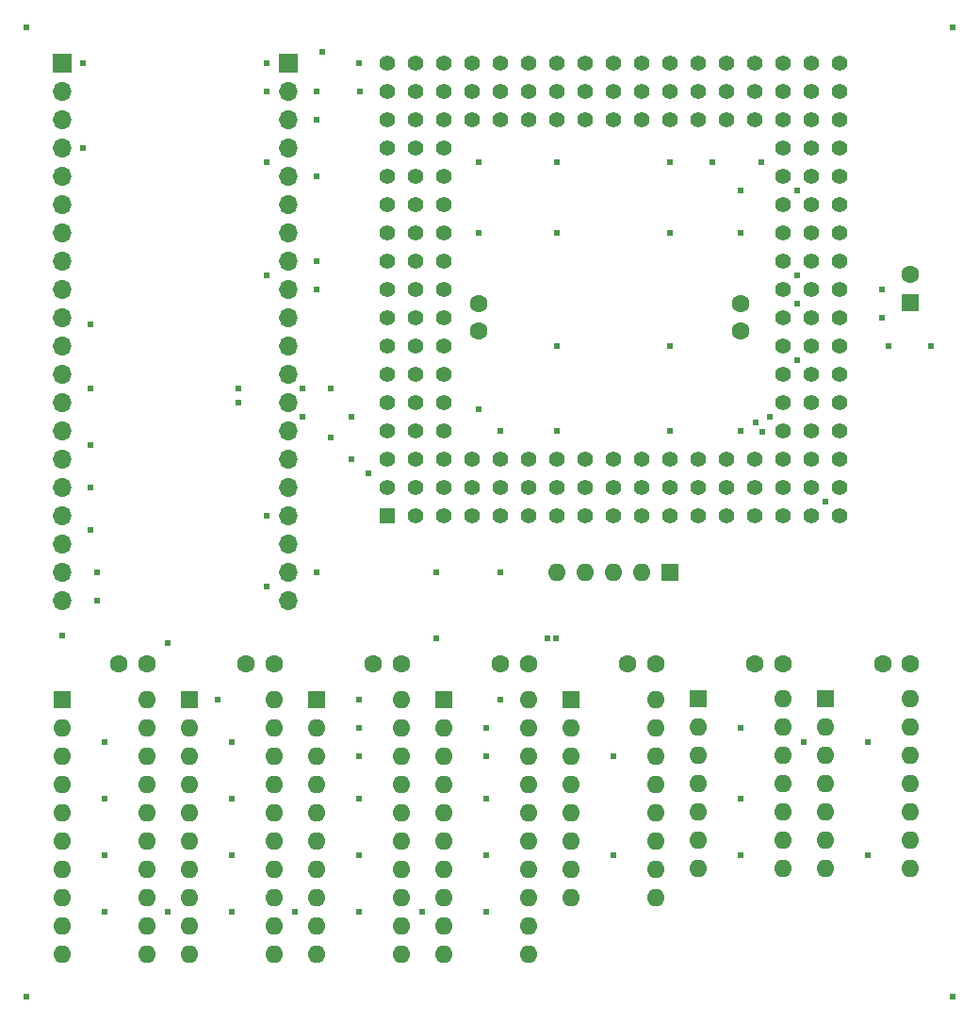
<source format=gbs>
G04 #@! TF.GenerationSoftware,KiCad,Pcbnew,8.0.2*
G04 #@! TF.CreationDate,2024-05-19T23:46:18+09:00*
G04 #@! TF.ProjectId,MEZi486,4d455a69-3438-4362-9e6b-696361645f70,C*
G04 #@! TF.SameCoordinates,PX5f5e100PY8f0d180*
G04 #@! TF.FileFunction,Soldermask,Bot*
G04 #@! TF.FilePolarity,Negative*
%FSLAX46Y46*%
G04 Gerber Fmt 4.6, Leading zero omitted, Abs format (unit mm)*
G04 Created by KiCad (PCBNEW 8.0.2) date 2024-05-19 23:46:18*
%MOMM*%
%LPD*%
G01*
G04 APERTURE LIST*
%ADD10R,1.600000X1.600000*%
%ADD11O,1.600000X1.600000*%
%ADD12C,1.600000*%
%ADD13R,1.700000X1.700000*%
%ADD14O,1.700000X1.700000*%
%ADD15R,1.397000X1.397000*%
%ADD16C,1.397000*%
%ADD17C,0.605000*%
G04 APERTURE END LIST*
D10*
X59690000Y40005000D03*
D11*
X57150000Y40005000D03*
X54610000Y40005000D03*
X52070000Y40005000D03*
X49530000Y40005000D03*
D12*
X81310000Y31760000D03*
X78810000Y31760000D03*
D10*
X39380000Y28570000D03*
D11*
X39380000Y26030000D03*
X39380000Y23490000D03*
X39380000Y20950000D03*
X39380000Y18410000D03*
X39380000Y15870000D03*
X39380000Y13330000D03*
X39380000Y10790000D03*
X39380000Y8250000D03*
X39380000Y5710000D03*
X47000000Y5710000D03*
X47000000Y8250000D03*
X47000000Y10790000D03*
X47000000Y13330000D03*
X47000000Y15870000D03*
X47000000Y18410000D03*
X47000000Y20950000D03*
X47000000Y23490000D03*
X47000000Y26030000D03*
X47000000Y28570000D03*
D10*
X73690000Y28585000D03*
D11*
X73690000Y26045000D03*
X73690000Y23505000D03*
X73690000Y20965000D03*
X73690000Y18425000D03*
X73690000Y15885000D03*
X73690000Y13345000D03*
X81310000Y13345000D03*
X81310000Y15885000D03*
X81310000Y18425000D03*
X81310000Y20965000D03*
X81310000Y23505000D03*
X81310000Y26045000D03*
X81310000Y28585000D03*
D10*
X27950000Y28570000D03*
D11*
X27950000Y26030000D03*
X27950000Y23490000D03*
X27950000Y20950000D03*
X27950000Y18410000D03*
X27950000Y15870000D03*
X27950000Y13330000D03*
X27950000Y10790000D03*
X27950000Y8250000D03*
X27950000Y5710000D03*
X35570000Y5710000D03*
X35570000Y8250000D03*
X35570000Y10790000D03*
X35570000Y13330000D03*
X35570000Y15870000D03*
X35570000Y18410000D03*
X35570000Y20950000D03*
X35570000Y23490000D03*
X35570000Y26030000D03*
X35570000Y28570000D03*
D10*
X16520000Y28570000D03*
D11*
X16520000Y26030000D03*
X16520000Y23490000D03*
X16520000Y20950000D03*
X16520000Y18410000D03*
X16520000Y15870000D03*
X16520000Y13330000D03*
X16520000Y10790000D03*
X16520000Y8250000D03*
X16520000Y5710000D03*
X24140000Y5710000D03*
X24140000Y8250000D03*
X24140000Y10790000D03*
X24140000Y13330000D03*
X24140000Y15870000D03*
X24140000Y18410000D03*
X24140000Y20950000D03*
X24140000Y23490000D03*
X24140000Y26030000D03*
X24140000Y28570000D03*
D12*
X35540000Y31750000D03*
X33040000Y31750000D03*
X46970000Y31750000D03*
X44470000Y31750000D03*
X12680000Y31750000D03*
X10180000Y31750000D03*
D10*
X50800000Y28575000D03*
D11*
X50800000Y26035000D03*
X50800000Y23495000D03*
X50800000Y20955000D03*
X50800000Y18415000D03*
X50800000Y15875000D03*
X50800000Y13335000D03*
X50800000Y10795000D03*
X58420000Y10795000D03*
X58420000Y13335000D03*
X58420000Y15875000D03*
X58420000Y18415000D03*
X58420000Y20955000D03*
X58420000Y23495000D03*
X58420000Y26035000D03*
X58420000Y28575000D03*
D12*
X24130000Y31750000D03*
X21630000Y31750000D03*
D10*
X5090000Y28570000D03*
D11*
X5090000Y26030000D03*
X5090000Y23490000D03*
X5090000Y20950000D03*
X5090000Y18410000D03*
X5090000Y15870000D03*
X5090000Y13330000D03*
X5090000Y10790000D03*
X5090000Y8250000D03*
X5090000Y5710000D03*
X12710000Y5710000D03*
X12710000Y8250000D03*
X12710000Y10790000D03*
X12710000Y13330000D03*
X12710000Y15870000D03*
X12710000Y18410000D03*
X12710000Y20950000D03*
X12710000Y23490000D03*
X12710000Y26030000D03*
X12710000Y28570000D03*
D12*
X58420000Y31750000D03*
X55920000Y31750000D03*
X69860000Y31755000D03*
X67360000Y31755000D03*
D13*
X25400000Y85725000D03*
D14*
X25400000Y83185000D03*
X25400000Y80645000D03*
X25400000Y78105000D03*
X25400000Y75565000D03*
X25400000Y73025000D03*
X25400000Y70485000D03*
X25400000Y67945000D03*
X25400000Y65405000D03*
X25400000Y62865000D03*
X25400000Y60325000D03*
X25400000Y57785000D03*
X25400000Y55245000D03*
X25400000Y52705000D03*
X25400000Y50165000D03*
X25400000Y47625000D03*
X25400000Y45085000D03*
X25400000Y42545000D03*
X25400000Y40005000D03*
X25400000Y37465000D03*
D12*
X42545000Y64115000D03*
X42545000Y61615000D03*
X66040000Y61615000D03*
X66040000Y64115000D03*
D13*
X5080000Y85725000D03*
D14*
X5080000Y83185000D03*
X5080000Y80645000D03*
X5080000Y78105000D03*
X5080000Y75565000D03*
X5080000Y73025000D03*
X5080000Y70485000D03*
X5080000Y67945000D03*
X5080000Y65405000D03*
X5080000Y62865000D03*
X5080000Y60325000D03*
X5080000Y57785000D03*
X5080000Y55245000D03*
X5080000Y52705000D03*
X5080000Y50165000D03*
X5080000Y47625000D03*
X5080000Y45085000D03*
X5080000Y42545000D03*
X5080000Y40005000D03*
X5080000Y37465000D03*
D10*
X81320000Y64222600D03*
D12*
X81320000Y66722600D03*
D10*
X62240000Y28580000D03*
D11*
X62240000Y26040000D03*
X62240000Y23500000D03*
X62240000Y20960000D03*
X62240000Y18420000D03*
X62240000Y15880000D03*
X62240000Y13340000D03*
X69860000Y13340000D03*
X69860000Y15880000D03*
X69860000Y18420000D03*
X69860000Y20960000D03*
X69860000Y23500000D03*
X69860000Y26040000D03*
X69860000Y28580000D03*
D15*
X34290000Y45085000D03*
D16*
X34290000Y47625000D03*
X34290000Y50165000D03*
X34290000Y52705000D03*
X34290000Y55245000D03*
X34290000Y57785000D03*
X34290000Y60325000D03*
X34290000Y62865000D03*
X34290000Y65405000D03*
X34290000Y67945000D03*
X34290000Y70485000D03*
X34290000Y73025000D03*
X34290000Y75565000D03*
X34290000Y78105000D03*
X34290000Y80645000D03*
X34290000Y83185000D03*
X34290000Y85725000D03*
X36830000Y45085000D03*
X36830000Y47625000D03*
X36830000Y50165000D03*
X36830000Y52705000D03*
X36830000Y55245000D03*
X36830000Y57785000D03*
X36830000Y60325000D03*
X36830000Y62865000D03*
X36830000Y65405000D03*
X36830000Y67945000D03*
X36830000Y70485000D03*
X36830000Y73025000D03*
X36830000Y75565000D03*
X36830000Y78105000D03*
X36830000Y80645000D03*
X36830000Y83185000D03*
X36830000Y85725000D03*
X39370000Y45085000D03*
X39370000Y47625000D03*
X39370000Y50165000D03*
X39370000Y52705000D03*
X39370000Y55245000D03*
X39370000Y57785000D03*
X39370000Y60325000D03*
X39370000Y62865000D03*
X39370000Y65405000D03*
X39370000Y67945000D03*
X39370000Y70485000D03*
X39370000Y73025000D03*
X39370000Y75565000D03*
X39370000Y78105000D03*
X39370000Y80645000D03*
X39370000Y83185000D03*
X39370000Y85725000D03*
X41910000Y45085000D03*
X41910000Y47625000D03*
X41910000Y50165000D03*
X41910000Y80645000D03*
X41910000Y83185000D03*
X41910000Y85725000D03*
X44450000Y45085000D03*
X44450000Y47625000D03*
X44450000Y50165000D03*
X44450000Y80645000D03*
X44450000Y83185000D03*
X44450000Y85725000D03*
X46990000Y45085000D03*
X46990000Y47625000D03*
X46990000Y50165000D03*
X46990000Y80645000D03*
X46990000Y83185000D03*
X46990000Y85725000D03*
X49530000Y45085000D03*
X49530000Y47625000D03*
X49530000Y50165000D03*
X49530000Y80645000D03*
X49530000Y83185000D03*
X49530000Y85725000D03*
X52070000Y45085000D03*
X52070000Y47625000D03*
X52070000Y50165000D03*
X52070000Y80645000D03*
X52070000Y83185000D03*
X52070000Y85725000D03*
X54610000Y45085000D03*
X54610000Y47625000D03*
X54610000Y50165000D03*
X54610000Y80645000D03*
X54610000Y83185000D03*
X54610000Y85725000D03*
X57150000Y45085000D03*
X57150000Y47625000D03*
X57150000Y50165000D03*
X57150000Y80645000D03*
X57150000Y83185000D03*
X57150000Y85725000D03*
X59690000Y45085000D03*
X59690000Y47625000D03*
X59690000Y50165000D03*
X59690000Y80645000D03*
X59690000Y83185000D03*
X59690000Y85725000D03*
X62230000Y45085000D03*
X62230000Y47625000D03*
X62230000Y50165000D03*
X62230000Y80645000D03*
X62230000Y83185000D03*
X62230000Y85725000D03*
X64770000Y45085000D03*
X64770000Y47625000D03*
X64770000Y50165000D03*
X64770000Y80645000D03*
X64770000Y83185000D03*
X64770000Y85725000D03*
X67310000Y45085000D03*
X67310000Y47625000D03*
X67310000Y50165000D03*
X67310000Y80645000D03*
X67310000Y83185000D03*
X67310000Y85725000D03*
X69850000Y45085000D03*
X69850000Y47625000D03*
X69850000Y50165000D03*
X69850000Y52705000D03*
X69850000Y55245000D03*
X69850000Y57785000D03*
X69850000Y60325000D03*
X69850000Y62865000D03*
X69850000Y65405000D03*
X69850000Y67945000D03*
X69850000Y70485000D03*
X69850000Y73025000D03*
X69850000Y75565000D03*
X69850000Y78105000D03*
X69850000Y80645000D03*
X69850000Y83185000D03*
X69850000Y85725000D03*
X72390000Y45085000D03*
X72390000Y47625000D03*
X72390000Y50165000D03*
X72390000Y52705000D03*
X72390000Y55245000D03*
X72390000Y57785000D03*
X72390000Y60325000D03*
X72390000Y62865000D03*
X72390000Y65405000D03*
X72390000Y67945000D03*
X72390000Y70485000D03*
X72390000Y73025000D03*
X72390000Y75565000D03*
X72390000Y78105000D03*
X72390000Y80645000D03*
X72390000Y83185000D03*
X72390000Y85725000D03*
X74930000Y45085000D03*
X74930000Y47625000D03*
X74930000Y50165000D03*
X74930000Y52705000D03*
X74930000Y55245000D03*
X74930000Y57785000D03*
X74930000Y60325000D03*
X74930000Y62865000D03*
X74930000Y65405000D03*
X74930000Y67945000D03*
X74930000Y70485000D03*
X74930000Y73025000D03*
X74930000Y75565000D03*
X74930000Y78105000D03*
X74930000Y80645000D03*
X74930000Y83185000D03*
X74930000Y85725000D03*
D17*
X78740000Y65405000D03*
X78740000Y62865000D03*
X71120000Y66675000D03*
X71120000Y64135000D03*
X71120000Y59055000D03*
X20955000Y55245000D03*
X20955000Y56515000D03*
X73660000Y46355000D03*
X23495000Y66675000D03*
X7620000Y47625000D03*
X8255000Y40005000D03*
X7620000Y51435000D03*
X5080000Y34290000D03*
X37465000Y9525000D03*
X26035000Y9525000D03*
X14605000Y9525000D03*
X71755000Y24765000D03*
X83185000Y60325000D03*
X79375000Y60325000D03*
X38735000Y34036000D03*
X38735000Y40005000D03*
X44450000Y40005000D03*
X23495000Y76835000D03*
X29210000Y56515000D03*
X31115000Y50165000D03*
X29210000Y52070000D03*
X31115000Y53975000D03*
X26670000Y53975000D03*
X26670000Y56515000D03*
X44450000Y28575000D03*
X27940000Y65405000D03*
X27940000Y67945000D03*
X27940000Y40005000D03*
X23495000Y38735000D03*
X23495000Y45085000D03*
X14605000Y33655000D03*
X42545000Y70485000D03*
X66040000Y70485000D03*
X59690000Y52705000D03*
X59690000Y60325000D03*
X59690000Y70485000D03*
X59690000Y76835000D03*
X49530000Y76835000D03*
X49530000Y70485000D03*
X49530000Y60325000D03*
X49530000Y52705000D03*
X44450000Y52705000D03*
X42545000Y54610000D03*
X66040000Y52705000D03*
X71120000Y74295000D03*
X67945000Y76835000D03*
X66040000Y74295000D03*
X63500000Y76835000D03*
X42545000Y76835000D03*
X1905000Y88900000D03*
X85090000Y88900000D03*
X85090000Y1905000D03*
X77470000Y24765000D03*
X77470000Y14605000D03*
X66040000Y19685000D03*
X66040000Y26035000D03*
X66040000Y14605000D03*
X54610000Y14605000D03*
X54610000Y23495000D03*
X43180000Y9525000D03*
X43180000Y14605000D03*
X43180000Y19685000D03*
X43180000Y23495000D03*
X43180000Y26035000D03*
X31750000Y28575000D03*
X31750000Y26035000D03*
X31750000Y23495000D03*
X31750000Y19685000D03*
X31750000Y14605000D03*
X31750000Y9525000D03*
X1905000Y1905000D03*
X20320000Y9525000D03*
X8890000Y9525000D03*
X19050000Y28575000D03*
X20320000Y24765000D03*
X20320000Y19685000D03*
X20320000Y14605000D03*
X8890000Y14605000D03*
X8890000Y19685000D03*
X8890000Y24765000D03*
X8255000Y37465000D03*
X7620000Y43815000D03*
X7620000Y56515000D03*
X7620000Y62230000D03*
X23495000Y83185000D03*
X6985000Y78105000D03*
X6985000Y85725000D03*
X23495000Y85725000D03*
X31750000Y85725000D03*
X27940000Y75565000D03*
X27940000Y80645000D03*
X27940000Y83185000D03*
X68707000Y53975000D03*
X67968100Y52578000D03*
X67437000Y53467000D03*
X31877000Y83185000D03*
X28448000Y86730600D03*
X48675432Y34012479D03*
X49432439Y34036951D03*
X32639000Y48895000D03*
M02*

</source>
